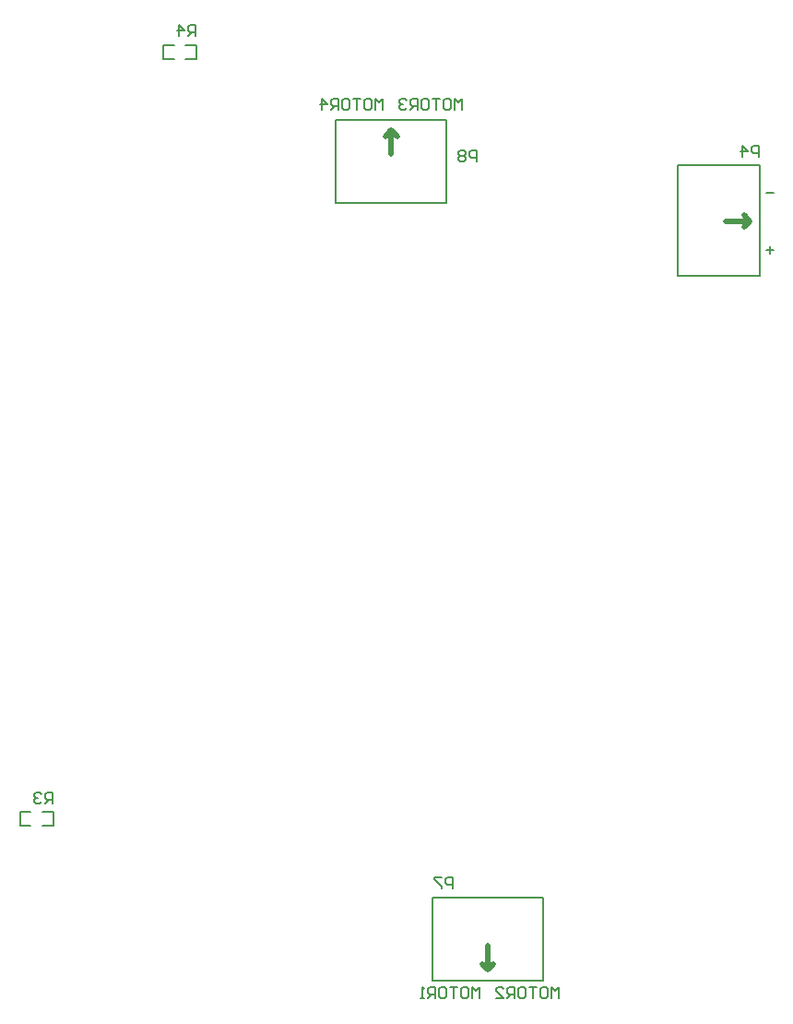
<source format=gbo>
G04*
G04 #@! TF.GenerationSoftware,Altium Limited,Altium Designer,18.1.9 (240)*
G04*
G04 Layer_Color=32896*
%FSLAX25Y25*%
%MOIN*%
G70*
G01*
G75*
%ADD10C,0.00700*%
%ADD18C,0.00800*%
%ADD64C,0.02000*%
D10*
X111800Y91000D02*
X115750D01*
X119850D02*
X123800D01*
X111800Y96000D02*
X115700D01*
X119900D02*
X123800D01*
Y91000D02*
Y96000D01*
X111800Y91000D02*
Y95900D01*
X163650Y368000D02*
X167600D01*
X171700D02*
X175650D01*
X163650Y373000D02*
X167550D01*
X171750D02*
X175650D01*
Y368000D02*
Y373000D01*
X163650Y368000D02*
Y372900D01*
D18*
X226000Y316039D02*
X265900D01*
X226000D02*
Y345939D01*
X265900D01*
Y316039D02*
Y345939D01*
X261100Y64961D02*
X301000D01*
Y35061D02*
Y64961D01*
X261100Y35061D02*
X301000D01*
X261100D02*
Y64961D01*
X349539Y289600D02*
X379439D01*
Y329500D01*
X349539D02*
X379439D01*
X349539Y289600D02*
Y329500D01*
X381500Y319499D02*
X384166D01*
X381500Y298999D02*
X384166D01*
X382833Y300332D02*
Y297666D01*
X243000Y349500D02*
Y353499D01*
X241667Y352166D01*
X240334Y353499D01*
Y349500D01*
X237002Y353499D02*
X238335D01*
X239001Y352832D01*
Y350166D01*
X238335Y349500D01*
X237002D01*
X236335Y350166D01*
Y352832D01*
X237002Y353499D01*
X235003D02*
X232337D01*
X233670D01*
Y349500D01*
X229005Y353499D02*
X230337D01*
X231004Y352832D01*
Y350166D01*
X230337Y349500D01*
X229005D01*
X228338Y350166D01*
Y352832D01*
X229005Y353499D01*
X227005Y349500D02*
Y353499D01*
X225006D01*
X224339Y352832D01*
Y351499D01*
X225006Y350833D01*
X227005D01*
X225672D02*
X224339Y349500D01*
X221007D02*
Y353499D01*
X223006Y351499D01*
X220341D01*
X271500Y349500D02*
Y353499D01*
X270167Y352166D01*
X268834Y353499D01*
Y349500D01*
X265502Y353499D02*
X266835D01*
X267501Y352832D01*
Y350166D01*
X266835Y349500D01*
X265502D01*
X264836Y350166D01*
Y352832D01*
X265502Y353499D01*
X263503D02*
X260837D01*
X262170D01*
Y349500D01*
X257505Y353499D02*
X258837D01*
X259504Y352832D01*
Y350166D01*
X258837Y349500D01*
X257505D01*
X256838Y350166D01*
Y352832D01*
X257505Y353499D01*
X255505Y349500D02*
Y353499D01*
X253506D01*
X252839Y352832D01*
Y351499D01*
X253506Y350833D01*
X255505D01*
X254172D02*
X252839Y349500D01*
X251506Y352832D02*
X250840Y353499D01*
X249507D01*
X248841Y352832D01*
Y352166D01*
X249507Y351499D01*
X250173D01*
X249507D01*
X248841Y350833D01*
Y350166D01*
X249507Y349500D01*
X250840D01*
X251506Y350166D01*
X278000Y28500D02*
Y32499D01*
X276667Y31166D01*
X275334Y32499D01*
Y28500D01*
X272002Y32499D02*
X273335D01*
X274001Y31832D01*
Y29166D01*
X273335Y28500D01*
X272002D01*
X271336Y29166D01*
Y31832D01*
X272002Y32499D01*
X270003D02*
X267337D01*
X268670D01*
Y28500D01*
X264004Y32499D02*
X265337D01*
X266004Y31832D01*
Y29166D01*
X265337Y28500D01*
X264004D01*
X263338Y29166D01*
Y31832D01*
X264004Y32499D01*
X262005Y28500D02*
Y32499D01*
X260006D01*
X259339Y31832D01*
Y30499D01*
X260006Y29833D01*
X262005D01*
X260672D02*
X259339Y28500D01*
X258006D02*
X256674D01*
X257340D01*
Y32499D01*
X258006Y31832D01*
X306500Y28500D02*
Y32499D01*
X305167Y31166D01*
X303834Y32499D01*
Y28500D01*
X300502Y32499D02*
X301835D01*
X302501Y31832D01*
Y29166D01*
X301835Y28500D01*
X300502D01*
X299835Y29166D01*
Y31832D01*
X300502Y32499D01*
X298503D02*
X295837D01*
X297170D01*
Y28500D01*
X292505Y32499D02*
X293837D01*
X294504Y31832D01*
Y29166D01*
X293837Y28500D01*
X292505D01*
X291838Y29166D01*
Y31832D01*
X292505Y32499D01*
X290505Y28500D02*
Y32499D01*
X288506D01*
X287839Y31832D01*
Y30499D01*
X288506Y29833D01*
X290505D01*
X289172D02*
X287839Y28500D01*
X283841D02*
X286506D01*
X283841Y31166D01*
Y31832D01*
X284507Y32499D01*
X285840D01*
X286506Y31832D01*
X175200Y376200D02*
Y380199D01*
X173201D01*
X172534Y379532D01*
Y378199D01*
X173201Y377533D01*
X175200D01*
X173867D02*
X172534Y376200D01*
X169202D02*
Y380199D01*
X171201Y378199D01*
X168535D01*
X123500Y99000D02*
Y102999D01*
X121501D01*
X120834Y102332D01*
Y100999D01*
X121501Y100333D01*
X123500D01*
X122167D02*
X120834Y99000D01*
X119501Y102332D02*
X118835Y102999D01*
X117502D01*
X116835Y102332D01*
Y101666D01*
X117502Y100999D01*
X118168D01*
X117502D01*
X116835Y100333D01*
Y99666D01*
X117502Y99000D01*
X118835D01*
X119501Y99666D01*
X277000Y331000D02*
Y334999D01*
X275001D01*
X274334Y334332D01*
Y332999D01*
X275001Y332333D01*
X277000D01*
X273001Y334332D02*
X272335Y334999D01*
X271002D01*
X270336Y334332D01*
Y333666D01*
X271002Y332999D01*
X270336Y332333D01*
Y331666D01*
X271002Y331000D01*
X272335D01*
X273001Y331666D01*
Y332333D01*
X272335Y332999D01*
X273001Y333666D01*
Y334332D01*
X272335Y332999D02*
X271002D01*
X268200Y68200D02*
Y72199D01*
X266201D01*
X265534Y71532D01*
Y70199D01*
X266201Y69533D01*
X268200D01*
X264201Y72199D02*
X261536D01*
Y71532D01*
X264201Y68866D01*
Y68200D01*
X379000Y332700D02*
Y336699D01*
X377001D01*
X376334Y336032D01*
Y334699D01*
X377001Y334033D01*
X379000D01*
X373002Y332700D02*
Y336699D01*
X375001Y334699D01*
X372336D01*
D64*
X246100Y342200D02*
X248200Y340100D01*
X244000D02*
X246100Y342200D01*
Y333500D02*
Y342200D01*
X278800Y40900D02*
X280900Y38800D01*
X283000Y40900D01*
X280900Y38800D02*
Y47500D01*
X367000Y309400D02*
X375700D01*
X373600Y311500D02*
X375700Y309400D01*
X373600Y307300D02*
X375700Y309400D01*
M02*

</source>
